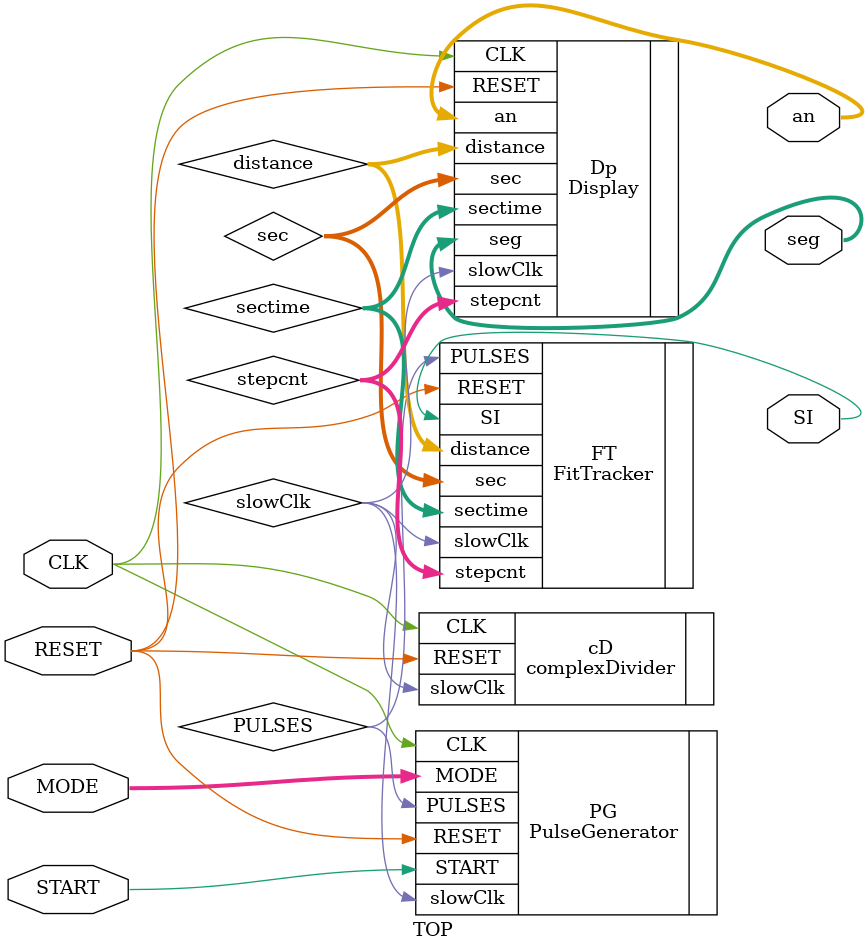
<source format=v>
module TOP(START, CLK, RESET, seg, SI, MODE,an);
input wire START;
input wire CLK;
input wire RESET;
input wire [1:0] MODE;
output wire [6:0] seg;
output wire SI;
output wire [3:0] an;

wire PULSES, slowClk;
wire [13:0] stepcnt;
wire [8:0] distance;
wire [3:0] sec;
wire [8:0] sectime;

PulseGenerator PG(
.slowClk(slowClk),
.CLK(CLK),
.RESET(RESET),
.START(START),
.PULSES(PULSES),
.MODE(MODE));

complexDivider cD(
.CLK(CLK),
.slowClk(slowClk),
.RESET(RESET));

FitTracker FT(
.slowClk(slowClk),
.PULSES(PULSES),
.RESET(RESET),
.SI(SI),
.stepcnt(stepcnt),
.distance(distance),
.sec(sec),
.sectime(sectime));

Display Dp(
.RESET(RESET),
.CLK(CLK),
.slowClk(slowClk),
.stepcnt(stepcnt),
.distance(distance),
.sec(sec),
.sectime(sectime),
.an(an),
.seg(seg));

endmodule
 
</source>
